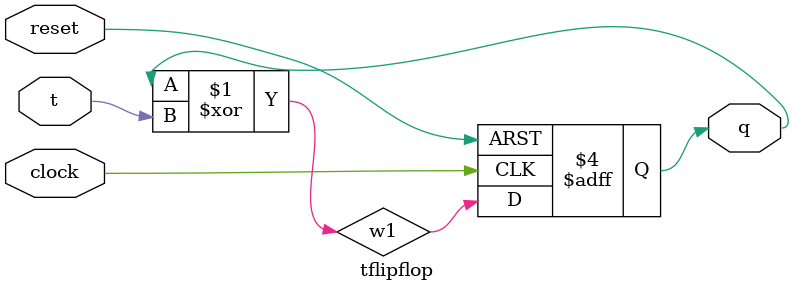
<source format=v>
`timescale 1ns / 1ps


module part1(Clock, Enable, Clear_b, CounterValue);
	input Clock;
	input Enable;
	input Clear_b;
	output [7:0] CounterValue;
	wire w1, w2, w3, w4, w5, w6, w7, w8;
	
	tflipflop flop1(
		.clock(Clock),
		.reset(Clear_b),
		.t(Enable),
		.q(w1)
		);

	tflipflop flop2(
		.clock(Clock),
		.reset(Clear_b),
		.t(w1&Enable),
		.q(w2)
		);
		
		
	tflipflop flop3(
		.clock(Clock),
		.reset(Clear_b),
		.t(w1&w2&Enable),
		.q(w3)
		);
		
		
	tflipflop flop4(
		.clock(Clock),
		.reset(Clear_b),
		.t(w1&w2&w3&Enable),
		.q(w4)
		);
		
		
	tflipflop flop5(
		.clock(Clock),
		.reset(Clear_b),
		.t(w1&w2&w3&w4&Enable),
		.q(w5)
		);
		
		
	tflipflop flop6(
		.clock(Clock),
		.reset(Clear_b),
		.t(w1&w2&w3&w4&w5&Enable),
		.q(w6)
		);
		
		
	tflipflop flop7(
		.clock(Clock),
		.reset(Clear_b),
		.t(w1&w2&w3&w4&w5&w6&Enable),
		.q(w7)
		);
		
	
	tflipflop flop8(
		.clock(clock),
		.reset(Clear_b),
		.t(w1&w2&w3&w4&w5&w6&w7&Enable),
		.q(w8)
		);
		
	assign CounterValue = {w8, w7, w6, w5, w4, w3, w2, w1};
endmodule
	
module tflipflop(clock, reset, q, t);
	input clock;
	input reset;
	output reg q;
	input t;
	wire w1;
	
	assign w1 = q ^ t;
	
	always@(posedge clock, negedge reset)
	begin
		if (reset == 1'b0)
			q<=0;
		
		else
			q<=w1;
	end
endmodule










</source>
